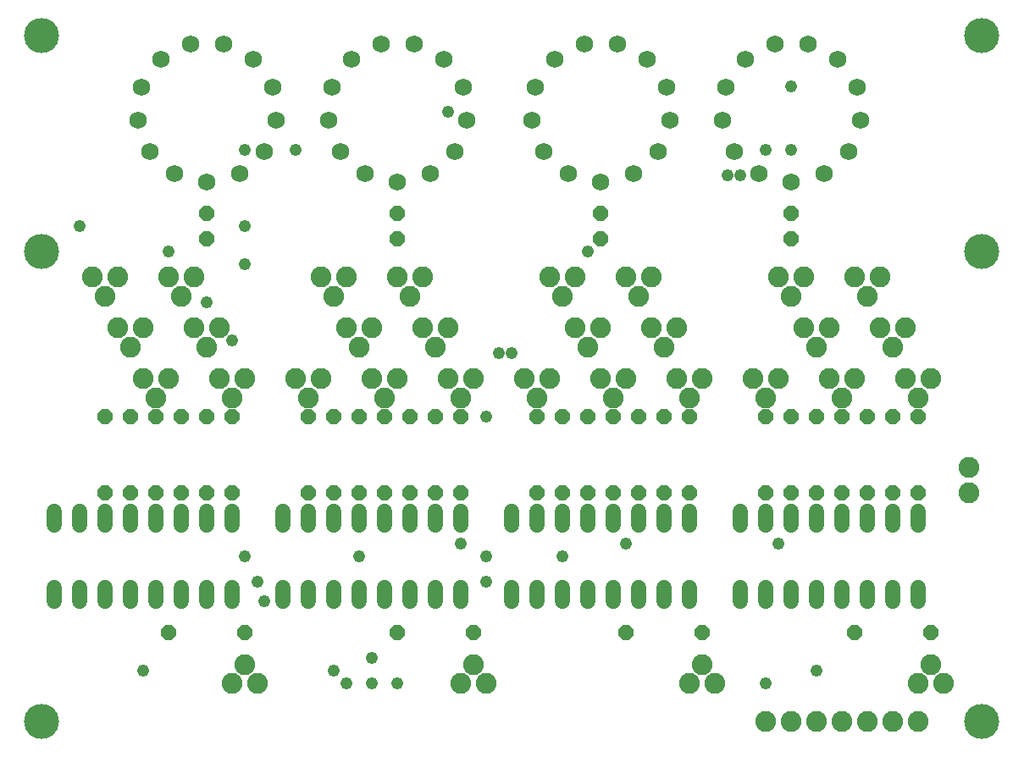
<source format=gts>
G75*
%MOIN*%
%OFA0B0*%
%FSLAX24Y24*%
%IPPOS*%
%LPD*%
%AMOC8*
5,1,8,0,0,1.08239X$1,22.5*
%
%ADD10C,0.0600*%
%ADD11C,0.0680*%
%ADD12C,0.0820*%
%ADD13C,0.1380*%
%ADD14OC8,0.0600*%
%ADD15C,0.0480*%
D10*
X002180Y006420D02*
X002180Y006940D01*
X003180Y006940D02*
X003180Y006420D01*
X004180Y006420D02*
X004180Y006940D01*
X005180Y006940D02*
X005180Y006420D01*
X006180Y006420D02*
X006180Y006940D01*
X007180Y006940D02*
X007180Y006420D01*
X008180Y006420D02*
X008180Y006940D01*
X009180Y006940D02*
X009180Y006420D01*
X011180Y006420D02*
X011180Y006940D01*
X012180Y006940D02*
X012180Y006420D01*
X013180Y006420D02*
X013180Y006940D01*
X014180Y006940D02*
X014180Y006420D01*
X015180Y006420D02*
X015180Y006940D01*
X016180Y006940D02*
X016180Y006420D01*
X017180Y006420D02*
X017180Y006940D01*
X018180Y006940D02*
X018180Y006420D01*
X020180Y006420D02*
X020180Y006940D01*
X021180Y006940D02*
X021180Y006420D01*
X022180Y006420D02*
X022180Y006940D01*
X023180Y006940D02*
X023180Y006420D01*
X024180Y006420D02*
X024180Y006940D01*
X025180Y006940D02*
X025180Y006420D01*
X026180Y006420D02*
X026180Y006940D01*
X027180Y006940D02*
X027180Y006420D01*
X029180Y006420D02*
X029180Y006940D01*
X030180Y006940D02*
X030180Y006420D01*
X031180Y006420D02*
X031180Y006940D01*
X032180Y006940D02*
X032180Y006420D01*
X033180Y006420D02*
X033180Y006940D01*
X034180Y006940D02*
X034180Y006420D01*
X035180Y006420D02*
X035180Y006940D01*
X036180Y006940D02*
X036180Y006420D01*
X036180Y009420D02*
X036180Y009940D01*
X035180Y009940D02*
X035180Y009420D01*
X034180Y009420D02*
X034180Y009940D01*
X033180Y009940D02*
X033180Y009420D01*
X032180Y009420D02*
X032180Y009940D01*
X031180Y009940D02*
X031180Y009420D01*
X030180Y009420D02*
X030180Y009940D01*
X029180Y009940D02*
X029180Y009420D01*
X027180Y009420D02*
X027180Y009940D01*
X026180Y009940D02*
X026180Y009420D01*
X025180Y009420D02*
X025180Y009940D01*
X024180Y009940D02*
X024180Y009420D01*
X023180Y009420D02*
X023180Y009940D01*
X022180Y009940D02*
X022180Y009420D01*
X021180Y009420D02*
X021180Y009940D01*
X020180Y009940D02*
X020180Y009420D01*
X018180Y009420D02*
X018180Y009940D01*
X017180Y009940D02*
X017180Y009420D01*
X016180Y009420D02*
X016180Y009940D01*
X015180Y009940D02*
X015180Y009420D01*
X014180Y009420D02*
X014180Y009940D01*
X013180Y009940D02*
X013180Y009420D01*
X012180Y009420D02*
X012180Y009940D01*
X011180Y009940D02*
X011180Y009420D01*
X009180Y009420D02*
X009180Y009940D01*
X008180Y009940D02*
X008180Y009420D01*
X007180Y009420D02*
X007180Y009940D01*
X006180Y009940D02*
X006180Y009420D01*
X005180Y009420D02*
X005180Y009940D01*
X004180Y009940D02*
X004180Y009420D01*
X003180Y009420D02*
X003180Y009940D01*
X002180Y009940D02*
X002180Y009420D01*
D11*
X008180Y022930D03*
X006902Y023245D03*
X005917Y024118D03*
X005450Y025349D03*
X005609Y026655D03*
X006356Y027738D03*
X007522Y028350D03*
X008838Y028350D03*
X010004Y027738D03*
X010751Y026655D03*
X010910Y025349D03*
X010443Y024118D03*
X009458Y023245D03*
X012950Y025349D03*
X013109Y026655D03*
X013856Y027738D03*
X015022Y028350D03*
X016338Y028350D03*
X017504Y027738D03*
X018251Y026655D03*
X018410Y025349D03*
X017943Y024118D03*
X016958Y023245D03*
X015680Y022930D03*
X014402Y023245D03*
X013417Y024118D03*
X020950Y025349D03*
X021109Y026655D03*
X021856Y027738D03*
X023022Y028350D03*
X024338Y028350D03*
X025504Y027738D03*
X026251Y026655D03*
X026410Y025349D03*
X025943Y024118D03*
X024958Y023245D03*
X023680Y022930D03*
X022402Y023245D03*
X021417Y024118D03*
X028450Y025349D03*
X028609Y026655D03*
X029356Y027738D03*
X030522Y028350D03*
X031838Y028350D03*
X033004Y027738D03*
X033751Y026655D03*
X033910Y025349D03*
X033443Y024118D03*
X032458Y023245D03*
X031180Y022930D03*
X029902Y023245D03*
X028917Y024118D03*
D12*
X030680Y019180D03*
X031680Y019180D03*
X031180Y018430D03*
X031680Y017180D03*
X032180Y016430D03*
X032680Y017180D03*
X034180Y018430D03*
X033680Y019180D03*
X034680Y019180D03*
X034680Y017180D03*
X035180Y016430D03*
X035680Y017180D03*
X035680Y015180D03*
X036680Y015180D03*
X036180Y014430D03*
X033680Y015180D03*
X033180Y014430D03*
X032680Y015180D03*
X030680Y015180D03*
X030180Y014430D03*
X029680Y015180D03*
X027680Y015180D03*
X026680Y015180D03*
X027180Y014430D03*
X024680Y015180D03*
X024180Y014430D03*
X023680Y015180D03*
X023180Y016430D03*
X022680Y017180D03*
X023680Y017180D03*
X022180Y018430D03*
X021680Y019180D03*
X022680Y019180D03*
X024680Y019180D03*
X025680Y019180D03*
X025180Y018430D03*
X025680Y017180D03*
X026180Y016430D03*
X026680Y017180D03*
X021680Y015180D03*
X020680Y015180D03*
X021180Y014430D03*
X018680Y015180D03*
X018180Y014430D03*
X017680Y015180D03*
X017180Y016430D03*
X016680Y017180D03*
X017680Y017180D03*
X016180Y018430D03*
X015680Y019180D03*
X016680Y019180D03*
X014680Y017180D03*
X014180Y016430D03*
X013680Y017180D03*
X013180Y018430D03*
X012680Y019180D03*
X013680Y019180D03*
X008680Y017180D03*
X008180Y016430D03*
X007680Y017180D03*
X007180Y018430D03*
X006680Y019180D03*
X007680Y019180D03*
X005680Y017180D03*
X005180Y016430D03*
X004680Y017180D03*
X004180Y018430D03*
X003680Y019180D03*
X004680Y019180D03*
X005680Y015180D03*
X006680Y015180D03*
X006180Y014430D03*
X008680Y015180D03*
X009680Y015180D03*
X009180Y014430D03*
X011680Y015180D03*
X012180Y014430D03*
X012680Y015180D03*
X014680Y015180D03*
X015680Y015180D03*
X015180Y014430D03*
X018680Y003930D03*
X018180Y003180D03*
X019180Y003180D03*
X027180Y003180D03*
X027680Y003930D03*
X028180Y003180D03*
X030180Y001680D03*
X031180Y001680D03*
X032180Y001680D03*
X033180Y001680D03*
X034180Y001680D03*
X035180Y001680D03*
X036180Y001680D03*
X036180Y003180D03*
X036680Y003930D03*
X037180Y003180D03*
X038180Y010680D03*
X038180Y011680D03*
X010180Y003180D03*
X009680Y003930D03*
X009180Y003180D03*
D13*
X001680Y001680D03*
X001680Y020180D03*
X001680Y028680D03*
X038680Y028680D03*
X038680Y020180D03*
X038680Y001680D03*
D14*
X036680Y005180D03*
X033680Y005180D03*
X027680Y005180D03*
X024680Y005180D03*
X018680Y005180D03*
X015680Y005180D03*
X009680Y005180D03*
X006680Y005180D03*
X006180Y010680D03*
X007180Y010680D03*
X008180Y010680D03*
X009180Y010680D03*
X012180Y010680D03*
X013180Y010680D03*
X014180Y010680D03*
X015180Y010680D03*
X016180Y010680D03*
X017180Y010680D03*
X018180Y010680D03*
X021180Y010680D03*
X022180Y010680D03*
X023180Y010680D03*
X024180Y010680D03*
X025180Y010680D03*
X026180Y010680D03*
X027180Y010680D03*
X030180Y010680D03*
X031180Y010680D03*
X032180Y010680D03*
X033180Y010680D03*
X034180Y010680D03*
X035180Y010680D03*
X036180Y010680D03*
X036180Y013680D03*
X035180Y013680D03*
X034180Y013680D03*
X033180Y013680D03*
X032180Y013680D03*
X031180Y013680D03*
X030180Y013680D03*
X027180Y013680D03*
X026180Y013680D03*
X025180Y013680D03*
X024180Y013680D03*
X023180Y013680D03*
X022180Y013680D03*
X021180Y013680D03*
X018180Y013680D03*
X017180Y013680D03*
X016180Y013680D03*
X015180Y013680D03*
X014180Y013680D03*
X013180Y013680D03*
X012180Y013680D03*
X009180Y013680D03*
X008180Y013680D03*
X007180Y013680D03*
X006180Y013680D03*
X005180Y013680D03*
X004180Y013680D03*
X004180Y010680D03*
X005180Y010680D03*
X008180Y020680D03*
X008180Y021680D03*
X015680Y021680D03*
X015680Y020680D03*
X023680Y020680D03*
X023680Y021680D03*
X031180Y021680D03*
X031180Y020680D03*
D15*
X029180Y023180D03*
X028680Y023180D03*
X030180Y024180D03*
X031180Y024180D03*
X031180Y026680D03*
X023180Y020180D03*
X020180Y016180D03*
X019680Y016180D03*
X019180Y013680D03*
X018180Y008680D03*
X019180Y008180D03*
X019180Y007180D03*
X022180Y008180D03*
X024680Y008680D03*
X030680Y008680D03*
X032180Y003680D03*
X030180Y003180D03*
X015680Y003180D03*
X014680Y003180D03*
X014680Y004180D03*
X013680Y003180D03*
X013180Y003680D03*
X010430Y006430D03*
X010180Y007180D03*
X009680Y008180D03*
X014180Y008180D03*
X005680Y003680D03*
X009180Y016680D03*
X008180Y018180D03*
X009680Y019680D03*
X009680Y021180D03*
X006680Y020180D03*
X003180Y021180D03*
X009680Y024180D03*
X011680Y024180D03*
X017680Y025680D03*
M02*

</source>
